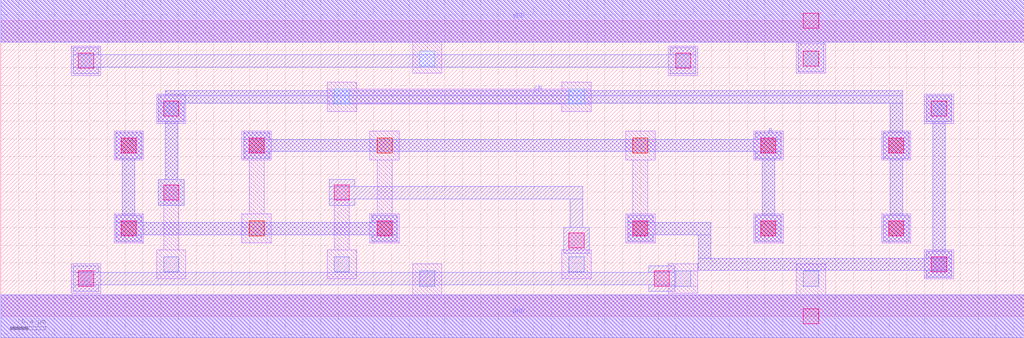
<source format=lef>
MACRO ASYNC3
 CLASS CORE ;
 FOREIGN ASYNC3 0 0 ;
 SIZE 11.52 BY 3.33 ;
 ORIGIN 0 0 ;
 SYMMETRY X Y R90 ;
 SITE unit ;
  PIN VDD
   DIRECTION INOUT ;
   USE POWER ;
   SHAPE ABUTMENT ;
    PORT
     CLASS CORE ;
       LAYER li1 ;
        RECT 0.00000000 3.09000000 11.52000000 3.57000000 ;
       LAYER met1 ;
        RECT 0.00000000 3.09000000 11.52000000 3.57000000 ;
    END
  END VDD

  PIN GND
   DIRECTION INOUT ;
   USE POWER ;
   SHAPE ABUTMENT ;
    PORT
     CLASS CORE ;
       LAYER li1 ;
        RECT 0.00000000 -0.24000000 11.52000000 0.24000000 ;
       LAYER met1 ;
        RECT 0.00000000 -0.24000000 11.52000000 0.24000000 ;
    END
  END GND

  PIN C
   DIRECTION INOUT ;
   USE SIGNAL ;
   SHAPE ABUTMENT ;
    PORT
     CLASS CORE ;
       LAYER met1 ;
        RECT 10.41500000 0.44000000 10.70500000 0.51500000 ;
        RECT 7.85000000 0.51500000 10.70500000 0.65500000 ;
        RECT 10.41500000 0.65500000 10.70500000 0.73000000 ;
        RECT 7.05500000 0.84500000 7.34500000 0.92000000 ;
        RECT 7.85000000 0.65500000 7.99000000 0.92000000 ;
        RECT 7.05500000 0.92000000 7.99000000 1.06000000 ;
        RECT 7.05500000 1.06000000 7.34500000 1.13500000 ;
        RECT 10.49000000 0.73000000 10.63000000 2.19500000 ;
        RECT 10.41500000 2.19500000 10.70500000 2.48500000 ;
    END
  END C

  PIN CN
   DIRECTION INOUT ;
   USE SIGNAL ;
   SHAPE ABUTMENT ;
    PORT
     CLASS CORE ;
       LAYER met1 ;
        RECT 9.93500000 0.84500000 10.22500000 1.13500000 ;
        RECT 1.77500000 1.25000000 2.06500000 1.54000000 ;
        RECT 10.01000000 1.13500000 10.15000000 1.78000000 ;
        RECT 9.93500000 1.78000000 10.22500000 2.07000000 ;
        RECT 1.85000000 1.54000000 1.99000000 2.19500000 ;
        RECT 1.77500000 2.19500000 2.06500000 2.40500000 ;
        RECT 10.01000000 2.07000000 10.15000000 2.40500000 ;
        RECT 1.77500000 2.40500000 10.15000000 2.48500000 ;
        RECT 1.85000000 2.48500000 10.15000000 2.54500000 ;
    END
  END CN

  PIN B
   DIRECTION INOUT ;
   USE SIGNAL ;
   SHAPE ABUTMENT ;
    PORT
     CLASS CORE ;
       LAYER met1 ;
        RECT 8.49500000 0.84500000 8.78500000 1.13500000 ;
        RECT 8.57000000 1.13500000 8.71000000 1.78000000 ;
        RECT 2.73500000 1.78000000 3.02500000 1.85500000 ;
        RECT 8.49500000 1.78000000 8.78500000 1.85500000 ;
        RECT 2.73500000 1.85500000 8.78500000 1.99500000 ;
        RECT 2.73500000 1.99500000 3.02500000 2.07000000 ;
        RECT 8.49500000 1.99500000 8.78500000 2.07000000 ;
    END
  END B

  PIN A
   DIRECTION INOUT ;
   USE SIGNAL ;
   SHAPE ABUTMENT ;
    PORT
     CLASS CORE ;
       LAYER met1 ;
        RECT 1.29500000 0.84500000 1.58500000 0.92000000 ;
        RECT 4.17500000 0.84500000 4.46500000 0.92000000 ;
        RECT 1.29500000 0.92000000 4.46500000 1.06000000 ;
        RECT 1.29500000 1.06000000 1.58500000 1.13500000 ;
        RECT 4.17500000 1.06000000 4.46500000 1.13500000 ;
        RECT 1.37000000 1.13500000 1.51000000 1.78000000 ;
        RECT 1.29500000 1.78000000 1.58500000 2.07000000 ;
    END
  END A

 OBS
    LAYER polycont ;
     RECT 1.35500000 0.90500000 1.52500000 1.07500000 ;
     RECT 2.79500000 0.90500000 2.96500000 1.07500000 ;
     RECT 4.23500000 0.90500000 4.40500000 1.07500000 ;
     RECT 7.11500000 0.90500000 7.28500000 1.07500000 ;
     RECT 8.55500000 0.90500000 8.72500000 1.07500000 ;
     RECT 9.99500000 0.90500000 10.16500000 1.07500000 ;
     RECT 1.35500000 1.84000000 1.52500000 2.01000000 ;
     RECT 2.79500000 1.84000000 2.96500000 2.01000000 ;
     RECT 4.23500000 1.84000000 4.40500000 2.01000000 ;
     RECT 7.11500000 1.84000000 7.28500000 2.01000000 ;
     RECT 8.55500000 1.84000000 8.72500000 2.01000000 ;
     RECT 9.99500000 1.84000000 10.16500000 2.01000000 ;

    LAYER pdiffc ;
     RECT 1.83500000 2.25500000 2.00500000 2.42500000 ;
     RECT 10.47500000 2.25500000 10.64500000 2.42500000 ;
     RECT 3.75500000 2.39000000 3.92500000 2.56000000 ;
     RECT 6.39500000 2.39000000 6.56500000 2.56000000 ;
     RECT 0.87500000 2.79500000 1.04500000 2.96500000 ;
     RECT 7.59500000 2.79500000 7.76500000 2.96500000 ;
     RECT 4.71500000 2.82000000 4.88500000 2.99000000 ;
     RECT 9.03500000 2.82000000 9.20500000 2.99000000 ;

    LAYER ndiffc ;
     RECT 0.87500000 0.34000000 1.04500000 0.51000000 ;
     RECT 4.71500000 0.34000000 4.88500000 0.51000000 ;
     RECT 7.59500000 0.34000000 7.76500000 0.51000000 ;
     RECT 9.03500000 0.34000000 9.20500000 0.51000000 ;
     RECT 1.83500000 0.50000000 2.00500000 0.67000000 ;
     RECT 3.75500000 0.50000000 3.92500000 0.67000000 ;
     RECT 6.39500000 0.50000000 6.56500000 0.67000000 ;
     RECT 10.47500000 0.50000000 10.64500000 0.67000000 ;

    LAYER li1 ;
     RECT 0.79500000 0.26000000 1.12500000 0.59000000 ;
     RECT 7.51500000 0.26000000 7.84500000 0.34000000 ;
     RECT 7.35500000 0.34000000 7.84500000 0.51000000 ;
     RECT 7.51500000 0.51000000 7.84500000 0.59000000 ;
     RECT 0.00000000 -0.24000000 11.52000000 0.24000000 ;
     RECT 4.63500000 0.24000000 4.96500000 0.59000000 ;
     RECT 8.95500000 0.24000000 9.28500000 0.59000000 ;
     RECT 10.39500000 0.42000000 10.72500000 0.75000000 ;
     RECT 6.31500000 0.42000000 6.64500000 0.75000000 ;
     RECT 6.39500000 0.75000000 6.56500000 0.94000000 ;
     RECT 1.27500000 0.82500000 1.60500000 1.15500000 ;
     RECT 8.47500000 0.82500000 8.80500000 1.15500000 ;
     RECT 9.91500000 0.82500000 10.24500000 1.15500000 ;
     RECT 1.75500000 0.42000000 2.08500000 0.75000000 ;
     RECT 1.83500000 0.75000000 2.00500000 1.48000000 ;
     RECT 3.67500000 0.42000000 4.00500000 0.75000000 ;
     RECT 3.75500000 0.75000000 3.92500000 1.48000000 ;
     RECT 1.27500000 1.76000000 1.60500000 2.09000000 ;
     RECT 2.71500000 0.82500000 3.04500000 1.15500000 ;
     RECT 2.79500000 1.15500000 2.96500000 1.76000000 ;
     RECT 2.71500000 1.76000000 3.04500000 2.09000000 ;
     RECT 4.15500000 0.82500000 4.48500000 1.15500000 ;
     RECT 4.23500000 1.15500000 4.40500000 1.76000000 ;
     RECT 4.15500000 1.76000000 4.48500000 2.09000000 ;
     RECT 7.03500000 0.82500000 7.36500000 1.15500000 ;
     RECT 7.11500000 1.15500000 7.28500000 1.76000000 ;
     RECT 7.03500000 1.76000000 7.36500000 2.09000000 ;
     RECT 8.47500000 1.76000000 8.80500000 2.09000000 ;
     RECT 9.91500000 1.76000000 10.24500000 2.09000000 ;
     RECT 1.75500000 2.17500000 2.08500000 2.50500000 ;
     RECT 10.39500000 2.17500000 10.72500000 2.50500000 ;
     RECT 3.67500000 2.31000000 4.00500000 2.39000000 ;
     RECT 6.31500000 2.31000000 6.64500000 2.39000000 ;
     RECT 3.67500000 2.39000000 6.64500000 2.56000000 ;
     RECT 3.67500000 2.56000000 4.00500000 2.64000000 ;
     RECT 6.31500000 2.56000000 6.64500000 2.64000000 ;
     RECT 0.79500000 2.71500000 1.12500000 3.04500000 ;
     RECT 7.51500000 2.71500000 7.84500000 3.04500000 ;
     RECT 8.95500000 2.74000000 9.28500000 3.07000000 ;
     RECT 4.63500000 2.74000000 4.96500000 3.09000000 ;
     RECT 0.00000000 3.09000000 11.52000000 3.57000000 ;

    LAYER viali ;
     RECT 9.03500000 -0.08500000 9.20500000 0.08500000 ;
     RECT 0.87500000 0.34000000 1.04500000 0.51000000 ;
     RECT 7.35500000 0.34000000 7.52500000 0.51000000 ;
     RECT 10.47500000 0.50000000 10.64500000 0.67000000 ;
     RECT 6.39500000 0.77000000 6.56500000 0.94000000 ;
     RECT 1.35500000 0.90500000 1.52500000 1.07500000 ;
     RECT 4.23500000 0.90500000 4.40500000 1.07500000 ;
     RECT 7.11500000 0.90500000 7.28500000 1.07500000 ;
     RECT 8.55500000 0.90500000 8.72500000 1.07500000 ;
     RECT 9.99500000 0.90500000 10.16500000 1.07500000 ;
     RECT 1.83500000 1.31000000 2.00500000 1.48000000 ;
     RECT 3.75500000 1.31000000 3.92500000 1.48000000 ;
     RECT 1.35500000 1.84000000 1.52500000 2.01000000 ;
     RECT 2.79500000 1.84000000 2.96500000 2.01000000 ;
     RECT 8.55500000 1.84000000 8.72500000 2.01000000 ;
     RECT 9.99500000 1.84000000 10.16500000 2.01000000 ;
     RECT 1.83500000 2.25500000 2.00500000 2.42500000 ;
     RECT 10.47500000 2.25500000 10.64500000 2.42500000 ;
     RECT 0.87500000 2.79500000 1.04500000 2.96500000 ;
     RECT 7.59500000 2.79500000 7.76500000 2.96500000 ;
     RECT 9.03500000 2.82000000 9.20500000 2.99000000 ;
     RECT 9.03500000 3.24500000 9.20500000 3.41500000 ;

    LAYER met1 ;
     RECT 0.00000000 -0.24000000 11.52000000 0.24000000 ;
     RECT 0.81500000 0.28000000 1.10500000 0.35500000 ;
     RECT 7.29500000 0.28000000 7.58500000 0.35500000 ;
     RECT 0.81500000 0.35500000 7.58500000 0.49500000 ;
     RECT 0.81500000 0.49500000 1.10500000 0.57000000 ;
     RECT 7.29500000 0.49500000 7.58500000 0.57000000 ;
     RECT 6.33500000 0.71000000 6.62500000 1.00000000 ;
     RECT 3.69500000 1.25000000 3.98500000 1.32500000 ;
     RECT 6.41000000 1.00000000 6.55000000 1.32500000 ;
     RECT 3.69500000 1.32500000 6.55000000 1.46500000 ;
     RECT 3.69500000 1.46500000 3.98500000 1.54000000 ;
     RECT 1.29500000 0.84500000 1.58500000 0.92000000 ;
     RECT 4.17500000 0.84500000 4.46500000 0.92000000 ;
     RECT 1.29500000 0.92000000 4.46500000 1.06000000 ;
     RECT 1.29500000 1.06000000 1.58500000 1.13500000 ;
     RECT 4.17500000 1.06000000 4.46500000 1.13500000 ;
     RECT 1.37000000 1.13500000 1.51000000 1.78000000 ;
     RECT 1.29500000 1.78000000 1.58500000 2.07000000 ;
     RECT 8.49500000 0.84500000 8.78500000 1.13500000 ;
     RECT 8.57000000 1.13500000 8.71000000 1.78000000 ;
     RECT 2.73500000 1.78000000 3.02500000 1.85500000 ;
     RECT 8.49500000 1.78000000 8.78500000 1.85500000 ;
     RECT 2.73500000 1.85500000 8.78500000 1.99500000 ;
     RECT 2.73500000 1.99500000 3.02500000 2.07000000 ;
     RECT 8.49500000 1.99500000 8.78500000 2.07000000 ;
     RECT 10.41500000 0.44000000 10.70500000 0.51500000 ;
     RECT 7.85000000 0.51500000 10.70500000 0.65500000 ;
     RECT 10.41500000 0.65500000 10.70500000 0.73000000 ;
     RECT 7.05500000 0.84500000 7.34500000 0.92000000 ;
     RECT 7.85000000 0.65500000 7.99000000 0.92000000 ;
     RECT 7.05500000 0.92000000 7.99000000 1.06000000 ;
     RECT 7.05500000 1.06000000 7.34500000 1.13500000 ;
     RECT 10.49000000 0.73000000 10.63000000 2.19500000 ;
     RECT 10.41500000 2.19500000 10.70500000 2.48500000 ;
     RECT 9.93500000 0.84500000 10.22500000 1.13500000 ;
     RECT 1.77500000 1.25000000 2.06500000 1.54000000 ;
     RECT 10.01000000 1.13500000 10.15000000 1.78000000 ;
     RECT 9.93500000 1.78000000 10.22500000 2.07000000 ;
     RECT 1.85000000 1.54000000 1.99000000 2.19500000 ;
     RECT 1.77500000 2.19500000 2.06500000 2.40500000 ;
     RECT 10.01000000 2.07000000 10.15000000 2.40500000 ;
     RECT 1.77500000 2.40500000 10.15000000 2.48500000 ;
     RECT 1.85000000 2.48500000 10.15000000 2.54500000 ;
     RECT 0.81500000 2.73500000 1.10500000 2.81000000 ;
     RECT 7.53500000 2.73500000 7.82500000 2.81000000 ;
     RECT 0.81500000 2.81000000 7.82500000 2.95000000 ;
     RECT 0.81500000 2.95000000 1.10500000 3.02500000 ;
     RECT 7.53500000 2.95000000 7.82500000 3.02500000 ;
     RECT 8.97500000 2.76000000 9.26500000 3.09000000 ;
     RECT 0.00000000 3.09000000 11.52000000 3.57000000 ;

 END
END ASYNC3

</source>
